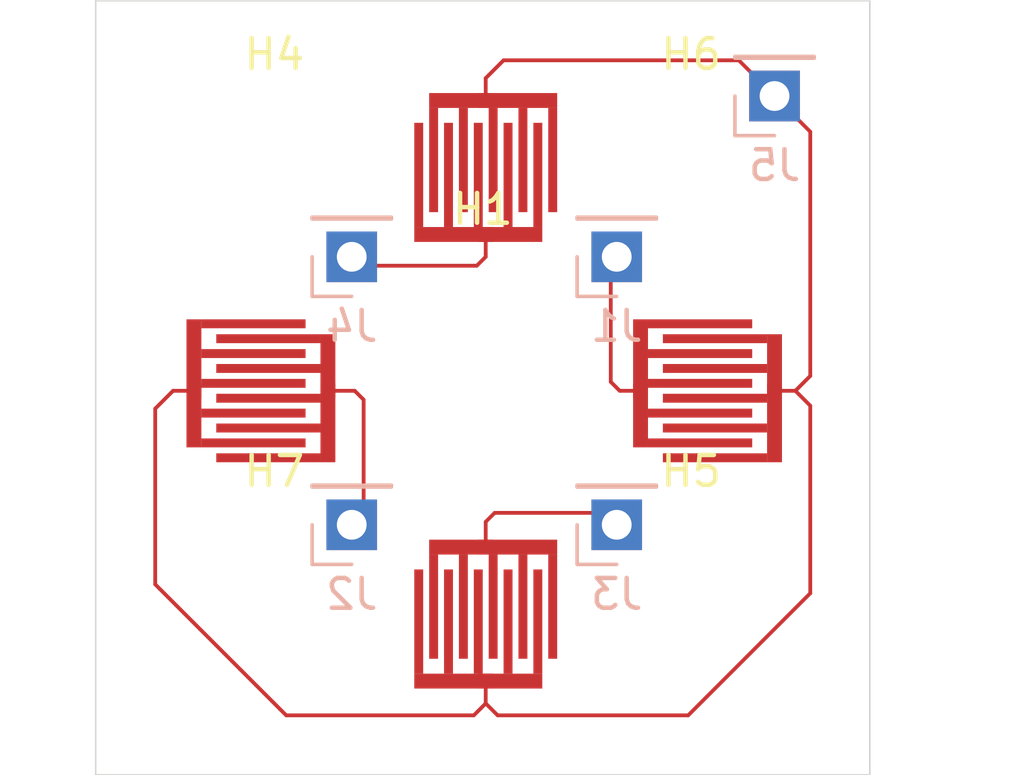
<source format=kicad_pcb>
(kicad_pcb (version 20171130) (host pcbnew 5.1.9)

  (general
    (thickness 1.6)
    (drawings 20)
    (tracks 39)
    (zones 0)
    (modules 16)
    (nets 6)
  )

  (page A4)
  (layers
    (0 F.Cu signal)
    (31 B.Cu signal)
    (32 B.Adhes user)
    (33 F.Adhes user)
    (34 B.Paste user)
    (35 F.Paste user)
    (36 B.SilkS user)
    (37 F.SilkS user)
    (38 B.Mask user)
    (39 F.Mask user)
    (40 Dwgs.User user)
    (41 Cmts.User user)
    (42 Eco1.User user)
    (43 Eco2.User user)
    (44 Edge.Cuts user)
    (45 Margin user)
    (46 B.CrtYd user)
    (47 F.CrtYd user)
    (48 B.Fab user)
    (49 F.Fab user)
  )

  (setup
    (last_trace_width 0.127)
    (trace_clearance 0.127)
    (zone_clearance 0.508)
    (zone_45_only no)
    (trace_min 0.127)
    (via_size 0.6)
    (via_drill 0.3)
    (via_min_size 0.6)
    (via_min_drill 0.3)
    (uvia_size 0.3)
    (uvia_drill 0.1)
    (uvias_allowed no)
    (uvia_min_size 0.2)
    (uvia_min_drill 0.1)
    (edge_width 0.05)
    (segment_width 0.2)
    (pcb_text_width 0.3)
    (pcb_text_size 1.5 1.5)
    (mod_edge_width 0.12)
    (mod_text_size 1 1)
    (mod_text_width 0.15)
    (pad_size 1.524 1.524)
    (pad_drill 0.762)
    (pad_to_mask_clearance 0)
    (aux_axis_origin 0 0)
    (visible_elements FFFFFF7F)
    (pcbplotparams
      (layerselection 0x010fc_ffffffff)
      (usegerberextensions false)
      (usegerberattributes true)
      (usegerberadvancedattributes true)
      (creategerberjobfile true)
      (excludeedgelayer true)
      (linewidth 0.100000)
      (plotframeref false)
      (viasonmask false)
      (mode 1)
      (useauxorigin false)
      (hpglpennumber 1)
      (hpglpenspeed 20)
      (hpglpendiameter 15.000000)
      (psnegative false)
      (psa4output false)
      (plotreference true)
      (plotvalue true)
      (plotinvisibletext false)
      (padsonsilk false)
      (subtractmaskfromsilk false)
      (outputformat 1)
      (mirror false)
      (drillshape 1)
      (scaleselection 1)
      (outputdirectory ""))
  )

  (net 0 "")
  (net 1 "Net-(J1-Pad1)")
  (net 2 "Net-(J2-Pad1)")
  (net 3 "Net-(J3-Pad1)")
  (net 4 "Net-(J4-Pad1)")
  (net 5 GND)

  (net_class Default "This is the default net class."
    (clearance 0.127)
    (trace_width 0.127)
    (via_dia 0.6)
    (via_drill 0.3)
    (uvia_dia 0.3)
    (uvia_drill 0.1)
    (add_net GND)
    (add_net "Net-(J1-Pad1)")
    (add_net "Net-(J2-Pad1)")
    (add_net "Net-(J3-Pad1)")
    (add_net "Net-(J4-Pad1)")
  )

  (module Connector_PinHeader_2.54mm:PinHeader_1x01_P2.54mm_Vertical (layer B.Cu) (tedit 59FED5CC) (tstamp 600485BC)
    (at 109.8 90.2)
    (descr "Through hole straight pin header, 1x01, 2.54mm pitch, single row")
    (tags "Through hole pin header THT 1x01 2.54mm single row")
    (path /60041E92/60041EAD/600460D9)
    (fp_text reference J5 (at 0 2.33) (layer B.SilkS)
      (effects (font (size 1 1) (thickness 0.15)) (justify mirror))
    )
    (fp_text value Conn_01x01 (at 0 -2.33) (layer B.Fab)
      (effects (font (size 1 1) (thickness 0.15)) (justify mirror))
    )
    (fp_text user %R (at 0 0 -90) (layer B.Fab)
      (effects (font (size 1 1) (thickness 0.15)) (justify mirror))
    )
    (fp_line (start -0.635 1.27) (end 1.27 1.27) (layer B.Fab) (width 0.1))
    (fp_line (start 1.27 1.27) (end 1.27 -1.27) (layer B.Fab) (width 0.1))
    (fp_line (start 1.27 -1.27) (end -1.27 -1.27) (layer B.Fab) (width 0.1))
    (fp_line (start -1.27 -1.27) (end -1.27 0.635) (layer B.Fab) (width 0.1))
    (fp_line (start -1.27 0.635) (end -0.635 1.27) (layer B.Fab) (width 0.1))
    (fp_line (start -1.33 -1.33) (end 1.33 -1.33) (layer B.SilkS) (width 0.12))
    (fp_line (start -1.33 -1.27) (end -1.33 -1.33) (layer B.SilkS) (width 0.12))
    (fp_line (start 1.33 -1.27) (end 1.33 -1.33) (layer B.SilkS) (width 0.12))
    (fp_line (start -1.33 -1.27) (end 1.33 -1.27) (layer B.SilkS) (width 0.12))
    (fp_line (start -1.33 0) (end -1.33 1.33) (layer B.SilkS) (width 0.12))
    (fp_line (start -1.33 1.33) (end 0 1.33) (layer B.SilkS) (width 0.12))
    (fp_line (start -1.8 1.8) (end -1.8 -1.8) (layer B.CrtYd) (width 0.05))
    (fp_line (start -1.8 -1.8) (end 1.8 -1.8) (layer B.CrtYd) (width 0.05))
    (fp_line (start 1.8 -1.8) (end 1.8 1.8) (layer B.CrtYd) (width 0.05))
    (fp_line (start 1.8 1.8) (end -1.8 1.8) (layer B.CrtYd) (width 0.05))
    (pad 1 thru_hole rect (at 0 0) (size 1.7 1.7) (drill 1) (layers *.Cu *.Mask)
      (net 5 GND))
    (model ${KISYS3DMOD}/Connector_PinHeader_2.54mm.3dshapes/PinHeader_1x01_P2.54mm_Vertical.wrl
      (at (xyz 0 0 0))
      (scale (xyz 1 1 1))
      (rotate (xyz 0 0 0))
    )
  )

  (module Connector_PinHeader_2.54mm:PinHeader_1x01_P2.54mm_Vertical (layer B.Cu) (tedit 59FED5CC) (tstamp 600485A7)
    (at 95.6 95.6)
    (descr "Through hole straight pin header, 1x01, 2.54mm pitch, single row")
    (tags "Through hole pin header THT 1x01 2.54mm single row")
    (path /60041E92/60041EAD/600468AB)
    (fp_text reference J4 (at 0 2.33) (layer B.SilkS)
      (effects (font (size 1 1) (thickness 0.15)) (justify mirror))
    )
    (fp_text value Conn_01x01 (at 0 -2.33) (layer B.Fab)
      (effects (font (size 1 1) (thickness 0.15)) (justify mirror))
    )
    (fp_text user %R (at 0 0 -90) (layer B.Fab)
      (effects (font (size 1 1) (thickness 0.15)) (justify mirror))
    )
    (fp_line (start -0.635 1.27) (end 1.27 1.27) (layer B.Fab) (width 0.1))
    (fp_line (start 1.27 1.27) (end 1.27 -1.27) (layer B.Fab) (width 0.1))
    (fp_line (start 1.27 -1.27) (end -1.27 -1.27) (layer B.Fab) (width 0.1))
    (fp_line (start -1.27 -1.27) (end -1.27 0.635) (layer B.Fab) (width 0.1))
    (fp_line (start -1.27 0.635) (end -0.635 1.27) (layer B.Fab) (width 0.1))
    (fp_line (start -1.33 -1.33) (end 1.33 -1.33) (layer B.SilkS) (width 0.12))
    (fp_line (start -1.33 -1.27) (end -1.33 -1.33) (layer B.SilkS) (width 0.12))
    (fp_line (start 1.33 -1.27) (end 1.33 -1.33) (layer B.SilkS) (width 0.12))
    (fp_line (start -1.33 -1.27) (end 1.33 -1.27) (layer B.SilkS) (width 0.12))
    (fp_line (start -1.33 0) (end -1.33 1.33) (layer B.SilkS) (width 0.12))
    (fp_line (start -1.33 1.33) (end 0 1.33) (layer B.SilkS) (width 0.12))
    (fp_line (start -1.8 1.8) (end -1.8 -1.8) (layer B.CrtYd) (width 0.05))
    (fp_line (start -1.8 -1.8) (end 1.8 -1.8) (layer B.CrtYd) (width 0.05))
    (fp_line (start 1.8 -1.8) (end 1.8 1.8) (layer B.CrtYd) (width 0.05))
    (fp_line (start 1.8 1.8) (end -1.8 1.8) (layer B.CrtYd) (width 0.05))
    (pad 1 thru_hole rect (at 0 0) (size 1.7 1.7) (drill 1) (layers *.Cu *.Mask)
      (net 4 "Net-(J4-Pad1)"))
    (model ${KISYS3DMOD}/Connector_PinHeader_2.54mm.3dshapes/PinHeader_1x01_P2.54mm_Vertical.wrl
      (at (xyz 0 0 0))
      (scale (xyz 1 1 1))
      (rotate (xyz 0 0 0))
    )
  )

  (module Connector_PinHeader_2.54mm:PinHeader_1x01_P2.54mm_Vertical (layer B.Cu) (tedit 59FED5CC) (tstamp 60048592)
    (at 104.5 104.6)
    (descr "Through hole straight pin header, 1x01, 2.54mm pitch, single row")
    (tags "Through hole pin header THT 1x01 2.54mm single row")
    (path /60041E92/60041EAD/60046DFC)
    (fp_text reference J3 (at 0 2.33) (layer B.SilkS)
      (effects (font (size 1 1) (thickness 0.15)) (justify mirror))
    )
    (fp_text value Conn_01x01 (at 0 -2.33) (layer B.Fab)
      (effects (font (size 1 1) (thickness 0.15)) (justify mirror))
    )
    (fp_text user %R (at 0 0 -90) (layer B.Fab)
      (effects (font (size 1 1) (thickness 0.15)) (justify mirror))
    )
    (fp_line (start -0.635 1.27) (end 1.27 1.27) (layer B.Fab) (width 0.1))
    (fp_line (start 1.27 1.27) (end 1.27 -1.27) (layer B.Fab) (width 0.1))
    (fp_line (start 1.27 -1.27) (end -1.27 -1.27) (layer B.Fab) (width 0.1))
    (fp_line (start -1.27 -1.27) (end -1.27 0.635) (layer B.Fab) (width 0.1))
    (fp_line (start -1.27 0.635) (end -0.635 1.27) (layer B.Fab) (width 0.1))
    (fp_line (start -1.33 -1.33) (end 1.33 -1.33) (layer B.SilkS) (width 0.12))
    (fp_line (start -1.33 -1.27) (end -1.33 -1.33) (layer B.SilkS) (width 0.12))
    (fp_line (start 1.33 -1.27) (end 1.33 -1.33) (layer B.SilkS) (width 0.12))
    (fp_line (start -1.33 -1.27) (end 1.33 -1.27) (layer B.SilkS) (width 0.12))
    (fp_line (start -1.33 0) (end -1.33 1.33) (layer B.SilkS) (width 0.12))
    (fp_line (start -1.33 1.33) (end 0 1.33) (layer B.SilkS) (width 0.12))
    (fp_line (start -1.8 1.8) (end -1.8 -1.8) (layer B.CrtYd) (width 0.05))
    (fp_line (start -1.8 -1.8) (end 1.8 -1.8) (layer B.CrtYd) (width 0.05))
    (fp_line (start 1.8 -1.8) (end 1.8 1.8) (layer B.CrtYd) (width 0.05))
    (fp_line (start 1.8 1.8) (end -1.8 1.8) (layer B.CrtYd) (width 0.05))
    (pad 1 thru_hole rect (at 0 0) (size 1.7 1.7) (drill 1) (layers *.Cu *.Mask)
      (net 3 "Net-(J3-Pad1)"))
    (model ${KISYS3DMOD}/Connector_PinHeader_2.54mm.3dshapes/PinHeader_1x01_P2.54mm_Vertical.wrl
      (at (xyz 0 0 0))
      (scale (xyz 1 1 1))
      (rotate (xyz 0 0 0))
    )
  )

  (module Connector_PinHeader_2.54mm:PinHeader_1x01_P2.54mm_Vertical (layer B.Cu) (tedit 59FED5CC) (tstamp 6004857D)
    (at 95.6 104.6)
    (descr "Through hole straight pin header, 1x01, 2.54mm pitch, single row")
    (tags "Through hole pin header THT 1x01 2.54mm single row")
    (path /60041E92/60041EAD/60047092)
    (fp_text reference J2 (at 0 2.33) (layer B.SilkS)
      (effects (font (size 1 1) (thickness 0.15)) (justify mirror))
    )
    (fp_text value Conn_01x01 (at 0 -2.33) (layer B.Fab)
      (effects (font (size 1 1) (thickness 0.15)) (justify mirror))
    )
    (fp_text user %R (at 0 0 -90) (layer B.Fab)
      (effects (font (size 1 1) (thickness 0.15)) (justify mirror))
    )
    (fp_line (start -0.635 1.27) (end 1.27 1.27) (layer B.Fab) (width 0.1))
    (fp_line (start 1.27 1.27) (end 1.27 -1.27) (layer B.Fab) (width 0.1))
    (fp_line (start 1.27 -1.27) (end -1.27 -1.27) (layer B.Fab) (width 0.1))
    (fp_line (start -1.27 -1.27) (end -1.27 0.635) (layer B.Fab) (width 0.1))
    (fp_line (start -1.27 0.635) (end -0.635 1.27) (layer B.Fab) (width 0.1))
    (fp_line (start -1.33 -1.33) (end 1.33 -1.33) (layer B.SilkS) (width 0.12))
    (fp_line (start -1.33 -1.27) (end -1.33 -1.33) (layer B.SilkS) (width 0.12))
    (fp_line (start 1.33 -1.27) (end 1.33 -1.33) (layer B.SilkS) (width 0.12))
    (fp_line (start -1.33 -1.27) (end 1.33 -1.27) (layer B.SilkS) (width 0.12))
    (fp_line (start -1.33 0) (end -1.33 1.33) (layer B.SilkS) (width 0.12))
    (fp_line (start -1.33 1.33) (end 0 1.33) (layer B.SilkS) (width 0.12))
    (fp_line (start -1.8 1.8) (end -1.8 -1.8) (layer B.CrtYd) (width 0.05))
    (fp_line (start -1.8 -1.8) (end 1.8 -1.8) (layer B.CrtYd) (width 0.05))
    (fp_line (start 1.8 -1.8) (end 1.8 1.8) (layer B.CrtYd) (width 0.05))
    (fp_line (start 1.8 1.8) (end -1.8 1.8) (layer B.CrtYd) (width 0.05))
    (pad 1 thru_hole rect (at 0 0) (size 1.7 1.7) (drill 1) (layers *.Cu *.Mask)
      (net 2 "Net-(J2-Pad1)"))
    (model ${KISYS3DMOD}/Connector_PinHeader_2.54mm.3dshapes/PinHeader_1x01_P2.54mm_Vertical.wrl
      (at (xyz 0 0 0))
      (scale (xyz 1 1 1))
      (rotate (xyz 0 0 0))
    )
  )

  (module Connector_PinHeader_2.54mm:PinHeader_1x01_P2.54mm_Vertical (layer B.Cu) (tedit 59FED5CC) (tstamp 60048568)
    (at 104.5 95.6)
    (descr "Through hole straight pin header, 1x01, 2.54mm pitch, single row")
    (tags "Through hole pin header THT 1x01 2.54mm single row")
    (path /60041E92/60041EAD/60047288)
    (fp_text reference J1 (at 0 2.33) (layer B.SilkS)
      (effects (font (size 1 1) (thickness 0.15)) (justify mirror))
    )
    (fp_text value Conn_01x01 (at 0 -2.33) (layer B.Fab)
      (effects (font (size 1 1) (thickness 0.15)) (justify mirror))
    )
    (fp_text user %R (at 0 0 -90) (layer B.Fab)
      (effects (font (size 1 1) (thickness 0.15)) (justify mirror))
    )
    (fp_line (start -0.635 1.27) (end 1.27 1.27) (layer B.Fab) (width 0.1))
    (fp_line (start 1.27 1.27) (end 1.27 -1.27) (layer B.Fab) (width 0.1))
    (fp_line (start 1.27 -1.27) (end -1.27 -1.27) (layer B.Fab) (width 0.1))
    (fp_line (start -1.27 -1.27) (end -1.27 0.635) (layer B.Fab) (width 0.1))
    (fp_line (start -1.27 0.635) (end -0.635 1.27) (layer B.Fab) (width 0.1))
    (fp_line (start -1.33 -1.33) (end 1.33 -1.33) (layer B.SilkS) (width 0.12))
    (fp_line (start -1.33 -1.27) (end -1.33 -1.33) (layer B.SilkS) (width 0.12))
    (fp_line (start 1.33 -1.27) (end 1.33 -1.33) (layer B.SilkS) (width 0.12))
    (fp_line (start -1.33 -1.27) (end 1.33 -1.27) (layer B.SilkS) (width 0.12))
    (fp_line (start -1.33 0) (end -1.33 1.33) (layer B.SilkS) (width 0.12))
    (fp_line (start -1.33 1.33) (end 0 1.33) (layer B.SilkS) (width 0.12))
    (fp_line (start -1.8 1.8) (end -1.8 -1.8) (layer B.CrtYd) (width 0.05))
    (fp_line (start -1.8 -1.8) (end 1.8 -1.8) (layer B.CrtYd) (width 0.05))
    (fp_line (start 1.8 -1.8) (end 1.8 1.8) (layer B.CrtYd) (width 0.05))
    (fp_line (start 1.8 1.8) (end -1.8 1.8) (layer B.CrtYd) (width 0.05))
    (pad 1 thru_hole rect (at 0 0) (size 1.7 1.7) (drill 1) (layers *.Cu *.Mask)
      (net 1 "Net-(J1-Pad1)"))
    (model ${KISYS3DMOD}/Connector_PinHeader_2.54mm.3dshapes/PinHeader_1x01_P2.54mm_Vertical.wrl
      (at (xyz 0 0 0))
      (scale (xyz 1 1 1))
      (rotate (xyz 0 0 0))
    )
  )

  (module MountingHole:MountingHole_3.2mm_M3 (layer F.Cu) (tedit 56D1B4CB) (tstamp 60048553)
    (at 93 107)
    (descr "Mounting Hole 3.2mm, no annular, M3")
    (tags "mounting hole 3.2mm no annular m3")
    (path /60041E92/60041EAD/60044BC5)
    (attr virtual)
    (fp_text reference H7 (at 0 -4.2) (layer F.SilkS)
      (effects (font (size 1 1) (thickness 0.15)))
    )
    (fp_text value MountingHole (at 0 4.2) (layer F.Fab)
      (effects (font (size 1 1) (thickness 0.15)))
    )
    (fp_text user %R (at 0.3 0) (layer F.Fab)
      (effects (font (size 1 1) (thickness 0.15)))
    )
    (fp_circle (center 0 0) (end 3.2 0) (layer Cmts.User) (width 0.15))
    (fp_circle (center 0 0) (end 3.45 0) (layer F.CrtYd) (width 0.05))
    (pad 1 np_thru_hole circle (at 0 0) (size 3.2 3.2) (drill 3.2) (layers *.Cu *.Mask))
  )

  (module MountingHole:MountingHole_3.2mm_M3 (layer F.Cu) (tedit 56D1B4CB) (tstamp 6004854B)
    (at 107 93)
    (descr "Mounting Hole 3.2mm, no annular, M3")
    (tags "mounting hole 3.2mm no annular m3")
    (path /60041E92/60041EAD/60044AA0)
    (attr virtual)
    (fp_text reference H6 (at 0 -4.2) (layer F.SilkS)
      (effects (font (size 1 1) (thickness 0.15)))
    )
    (fp_text value MountingHole (at 0 4.2) (layer F.Fab)
      (effects (font (size 1 1) (thickness 0.15)))
    )
    (fp_text user %R (at 0.3 0) (layer F.Fab)
      (effects (font (size 1 1) (thickness 0.15)))
    )
    (fp_circle (center 0 0) (end 3.2 0) (layer Cmts.User) (width 0.15))
    (fp_circle (center 0 0) (end 3.45 0) (layer F.CrtYd) (width 0.05))
    (pad 1 np_thru_hole circle (at 0 0) (size 3.2 3.2) (drill 3.2) (layers *.Cu *.Mask))
  )

  (module MountingHole:MountingHole_3.2mm_M3 (layer F.Cu) (tedit 56D1B4CB) (tstamp 60048543)
    (at 107 107)
    (descr "Mounting Hole 3.2mm, no annular, M3")
    (tags "mounting hole 3.2mm no annular m3")
    (path /60041E92/60041EAD/6004493E)
    (attr virtual)
    (fp_text reference H5 (at 0 -4.2) (layer F.SilkS)
      (effects (font (size 1 1) (thickness 0.15)))
    )
    (fp_text value MountingHole (at 0 4.2) (layer F.Fab)
      (effects (font (size 1 1) (thickness 0.15)))
    )
    (fp_text user %R (at 0.3 0) (layer F.Fab)
      (effects (font (size 1 1) (thickness 0.15)))
    )
    (fp_circle (center 0 0) (end 3.2 0) (layer Cmts.User) (width 0.15))
    (fp_circle (center 0 0) (end 3.45 0) (layer F.CrtYd) (width 0.05))
    (pad 1 np_thru_hole circle (at 0 0) (size 3.2 3.2) (drill 3.2) (layers *.Cu *.Mask))
  )

  (module MountingHole:MountingHole_3.2mm_M3 (layer F.Cu) (tedit 56D1B4CB) (tstamp 6004853B)
    (at 93 93)
    (descr "Mounting Hole 3.2mm, no annular, M3")
    (tags "mounting hole 3.2mm no annular m3")
    (path /60041E92/60041EAD/60044384)
    (attr virtual)
    (fp_text reference H4 (at 0 -4.2) (layer F.SilkS)
      (effects (font (size 1 1) (thickness 0.15)))
    )
    (fp_text value MountingHole (at 0 4.2) (layer F.Fab)
      (effects (font (size 1 1) (thickness 0.15)))
    )
    (fp_text user %R (at 0.3 0) (layer F.Fab)
      (effects (font (size 1 1) (thickness 0.15)))
    )
    (fp_circle (center 0 0) (end 3.2 0) (layer Cmts.User) (width 0.15))
    (fp_circle (center 0 0) (end 3.45 0) (layer F.CrtYd) (width 0.05))
    (pad 1 np_thru_hole circle (at 0 0) (size 3.2 3.2) (drill 3.2) (layers *.Cu *.Mask))
  )

  (module MountingHole:MountingHole_5mm (layer F.Cu) (tedit 56D1B4CB) (tstamp 60168E98)
    (at 100 100)
    (descr "Mounting Hole 5mm, no annular")
    (tags "mounting hole 5mm no annular")
    (path /60041E92/60041EAD/60043AA6)
    (attr virtual)
    (fp_text reference H1 (at 0 -6) (layer F.SilkS)
      (effects (font (size 1 1) (thickness 0.15)))
    )
    (fp_text value "D-Pad Hole" (at 0 6) (layer F.Fab)
      (effects (font (size 1 1) (thickness 0.15)))
    )
    (fp_text user %R (at 0.3 0) (layer F.Fab)
      (effects (font (size 1 1) (thickness 0.15)))
    )
    (fp_circle (center 0 0) (end 5 0) (layer Cmts.User) (width 0.15))
    (fp_circle (center 0 0) (end 5.25 0) (layer F.CrtYd) (width 0.05))
    (pad 1 np_thru_hole circle (at 0 0) (size 5 5) (drill 5) (layers *.Cu *.Mask))
  )

  (module Button_Carbon:Button_Carbon_5mm (layer F.Cu) (tedit 5FF62D5B) (tstamp 60168EEC)
    (at 100.1 107.6)
    (path /60041E92/60041EAD/60047B41)
    (attr virtual)
    (fp_text reference SW3 (at 0 3.5) (layer F.SilkS) hide
      (effects (font (size 1 1) (thickness 0.15)))
    )
    (fp_text value SW_Push (at 0 -4.8) (layer F.Fab)
      (effects (font (size 1 1) (thickness 0.15)))
    )
    (fp_poly (pts (xy -0.1 2) (xy -0.4 2) (xy -0.4 -1.5) (xy -0.1 -1.5)) (layer F.Cu) (width 0))
    (fp_poly (pts (xy 0.4 1.5) (xy 0.1 1.5) (xy 0.1 -2) (xy 0.4 -2)) (layer F.Cu) (width 0))
    (fp_poly (pts (xy -0.6 1.5) (xy -0.9 1.5) (xy -0.9 -2) (xy -0.6 -2)) (layer F.Cu) (width 0))
    (fp_poly (pts (xy 0.9 2) (xy 0.6 2) (xy 0.6 -1.5) (xy 0.9 -1.5)) (layer F.Cu) (width 0))
    (fp_poly (pts (xy -1.1 2) (xy -1.4 2) (xy -1.4 -1.5) (xy -1.1 -1.5)) (layer F.Cu) (width 0))
    (fp_poly (pts (xy 1.4 1.5) (xy 1.1 1.5) (xy 1.1 -2) (xy 1.4 -2)) (layer F.Cu) (width 0))
    (fp_poly (pts (xy -1.6 1.5) (xy -1.9 1.5) (xy -1.9 -2) (xy -1.6 -2)) (layer F.Cu) (width 0))
    (fp_poly (pts (xy 1.9 2) (xy 1.6 2) (xy 1.6 -1.5) (xy 1.9 -1.5)) (layer F.Cu) (width 0))
    (fp_poly (pts (xy -2.1 2) (xy -2.4 2) (xy -2.4 -1.5) (xy -2.1 -1.5)) (layer F.Cu) (width 0))
    (fp_poly (pts (xy 2.4 1.5) (xy 2.1 1.5) (xy 2.1 -2) (xy 2.4 -2)) (layer F.Cu) (width 0))
    (fp_poly (pts (xy 2.4 -2.5) (xy 2.4 -2) (xy -1.9 -2) (xy -1.9 -2.5)) (layer F.Cu) (width 0))
    (fp_poly (pts (xy 1.9 2) (xy 1.9 2.5) (xy -2.4 2.5) (xy -2.4 2)) (layer F.Cu) (width 0))
    (fp_poly (pts (xy 2.4 2.5) (xy -2.4 2.5) (xy -2.4 -2.5) (xy 2.4 -2.5)) (layer F.Mask) (width 0))
    (pad 1 smd rect (at 0 -2.25) (size 0.5 0.5) (layers F.Cu F.Mask)
      (net 3 "Net-(J3-Pad1)"))
    (pad 2 smd rect (at 0 2.25) (size 0.5 0.5) (layers F.Cu F.Mask)
      (net 5 GND))
  )

  (module Button_Carbon:Button_Carbon_5mm (layer F.Cu) (tedit 5FF62D5B) (tstamp 60168EDA)
    (at 92.55 100.1 270)
    (path /60041E92/60041EAD/600476D6)
    (attr virtual)
    (fp_text reference SW2 (at 0 -3.5 90) (layer F.SilkS) hide
      (effects (font (size 1 1) (thickness 0.15)))
    )
    (fp_text value SW_Push (at 0 -4.8 90) (layer F.Fab)
      (effects (font (size 1 1) (thickness 0.15)))
    )
    (fp_poly (pts (xy -0.1 2) (xy -0.4 2) (xy -0.4 -1.5) (xy -0.1 -1.5)) (layer F.Cu) (width 0))
    (fp_poly (pts (xy 0.4 1.5) (xy 0.1 1.5) (xy 0.1 -2) (xy 0.4 -2)) (layer F.Cu) (width 0))
    (fp_poly (pts (xy -0.6 1.5) (xy -0.9 1.5) (xy -0.9 -2) (xy -0.6 -2)) (layer F.Cu) (width 0))
    (fp_poly (pts (xy 0.9 2) (xy 0.6 2) (xy 0.6 -1.5) (xy 0.9 -1.5)) (layer F.Cu) (width 0))
    (fp_poly (pts (xy -1.1 2) (xy -1.4 2) (xy -1.4 -1.5) (xy -1.1 -1.5)) (layer F.Cu) (width 0))
    (fp_poly (pts (xy 1.4 1.5) (xy 1.1 1.5) (xy 1.1 -2) (xy 1.4 -2)) (layer F.Cu) (width 0))
    (fp_poly (pts (xy -1.6 1.5) (xy -1.9 1.5) (xy -1.9 -2) (xy -1.6 -2)) (layer F.Cu) (width 0))
    (fp_poly (pts (xy 1.9 2) (xy 1.6 2) (xy 1.6 -1.5) (xy 1.9 -1.5)) (layer F.Cu) (width 0))
    (fp_poly (pts (xy -2.1 2) (xy -2.4 2) (xy -2.4 -1.5) (xy -2.1 -1.5)) (layer F.Cu) (width 0))
    (fp_poly (pts (xy 2.4 1.5) (xy 2.1 1.5) (xy 2.1 -2) (xy 2.4 -2)) (layer F.Cu) (width 0))
    (fp_poly (pts (xy 2.4 -2.5) (xy 2.4 -2) (xy -1.9 -2) (xy -1.9 -2.5)) (layer F.Cu) (width 0))
    (fp_poly (pts (xy 1.9 2) (xy 1.9 2.5) (xy -2.4 2.5) (xy -2.4 2)) (layer F.Cu) (width 0))
    (fp_poly (pts (xy 2.4 2.5) (xy -2.4 2.5) (xy -2.4 -2.5) (xy 2.4 -2.5)) (layer F.Mask) (width 0))
    (pad 1 smd rect (at 0 -2.25 270) (size 0.5 0.5) (layers F.Cu F.Mask)
      (net 2 "Net-(J2-Pad1)"))
    (pad 2 smd rect (at 0 2.25 270) (size 0.5 0.5) (layers F.Cu F.Mask)
      (net 5 GND))
  )

  (module Button_Carbon:Button_Carbon_5mm (layer F.Cu) (tedit 5FF62D5B) (tstamp 60168EC1)
    (at 107.55 100.1 90)
    (path /60041E92/60041EAD/60042157)
    (attr virtual)
    (fp_text reference SW1 (at 0 -3.5 90) (layer F.SilkS) hide
      (effects (font (size 1 1) (thickness 0.15)))
    )
    (fp_text value SW_Push (at 0 -4.8 90) (layer F.Fab)
      (effects (font (size 1 1) (thickness 0.15)))
    )
    (fp_poly (pts (xy -0.1 2) (xy -0.4 2) (xy -0.4 -1.5) (xy -0.1 -1.5)) (layer F.Cu) (width 0))
    (fp_poly (pts (xy 0.4 1.5) (xy 0.1 1.5) (xy 0.1 -2) (xy 0.4 -2)) (layer F.Cu) (width 0))
    (fp_poly (pts (xy -0.6 1.5) (xy -0.9 1.5) (xy -0.9 -2) (xy -0.6 -2)) (layer F.Cu) (width 0))
    (fp_poly (pts (xy 0.9 2) (xy 0.6 2) (xy 0.6 -1.5) (xy 0.9 -1.5)) (layer F.Cu) (width 0))
    (fp_poly (pts (xy -1.1 2) (xy -1.4 2) (xy -1.4 -1.5) (xy -1.1 -1.5)) (layer F.Cu) (width 0))
    (fp_poly (pts (xy 1.4 1.5) (xy 1.1 1.5) (xy 1.1 -2) (xy 1.4 -2)) (layer F.Cu) (width 0))
    (fp_poly (pts (xy -1.6 1.5) (xy -1.9 1.5) (xy -1.9 -2) (xy -1.6 -2)) (layer F.Cu) (width 0))
    (fp_poly (pts (xy 1.9 2) (xy 1.6 2) (xy 1.6 -1.5) (xy 1.9 -1.5)) (layer F.Cu) (width 0))
    (fp_poly (pts (xy -2.1 2) (xy -2.4 2) (xy -2.4 -1.5) (xy -2.1 -1.5)) (layer F.Cu) (width 0))
    (fp_poly (pts (xy 2.4 1.5) (xy 2.1 1.5) (xy 2.1 -2) (xy 2.4 -2)) (layer F.Cu) (width 0))
    (fp_poly (pts (xy 2.4 -2.5) (xy 2.4 -2) (xy -1.9 -2) (xy -1.9 -2.5)) (layer F.Cu) (width 0))
    (fp_poly (pts (xy 1.9 2) (xy 1.9 2.5) (xy -2.4 2.5) (xy -2.4 2)) (layer F.Cu) (width 0))
    (fp_poly (pts (xy 2.4 2.5) (xy -2.4 2.5) (xy -2.4 -2.5) (xy 2.4 -2.5)) (layer F.Mask) (width 0))
    (pad 1 smd rect (at 0 -2.25 90) (size 0.5 0.5) (layers F.Cu F.Mask)
      (net 1 "Net-(J1-Pad1)"))
    (pad 2 smd rect (at 0 2.25 90) (size 0.5 0.5) (layers F.Cu F.Mask)
      (net 5 GND))
  )

  (module MountingHole_GameBoy:MountingHole_GameBoy_DPAD (layer F.Cu) (tedit 6002450C) (tstamp 60168EBC)
    (at 110.45 110.5)
    (path /60041E92/60041EAD/60045633)
    (fp_text reference H3 (at 0 -2) (layer F.SilkS) hide
      (effects (font (size 1 1) (thickness 0.15)))
    )
    (fp_text value "D-Pad bottom right" (at 0 -0.5) (layer F.Fab)
      (effects (font (size 1 1) (thickness 0.15)))
    )
    (fp_circle (center 0 0) (end 1.2 0.05) (layer F.CrtYd) (width 0.05))
    (pad "" np_thru_hole circle (at 0 0 180) (size 2.1 2.1) (drill 2.1) (layers *.Cu *.Mask))
  )

  (module Button_Carbon:Button_Carbon_5mm (layer F.Cu) (tedit 5FF62D5B) (tstamp 60168EA5)
    (at 100.1 92.6 180)
    (path /60041E92/60041EAD/60047FB1)
    (zone_connect 2)
    (attr virtual)
    (fp_text reference SW4 (at 0 -3.5) (layer F.SilkS) hide
      (effects (font (size 1 1) (thickness 0.15)))
    )
    (fp_text value SW_Push (at 0 -4.8) (layer F.Fab)
      (effects (font (size 1 1) (thickness 0.15)))
    )
    (fp_poly (pts (xy -0.1 2) (xy -0.4 2) (xy -0.4 -1.5) (xy -0.1 -1.5)) (layer F.Cu) (width 0))
    (fp_poly (pts (xy 0.4 1.5) (xy 0.1 1.5) (xy 0.1 -2) (xy 0.4 -2)) (layer F.Cu) (width 0))
    (fp_poly (pts (xy -0.6 1.5) (xy -0.9 1.5) (xy -0.9 -2) (xy -0.6 -2)) (layer F.Cu) (width 0))
    (fp_poly (pts (xy 0.9 2) (xy 0.6 2) (xy 0.6 -1.5) (xy 0.9 -1.5)) (layer F.Cu) (width 0))
    (fp_poly (pts (xy -1.1 2) (xy -1.4 2) (xy -1.4 -1.5) (xy -1.1 -1.5)) (layer F.Cu) (width 0))
    (fp_poly (pts (xy 1.4 1.5) (xy 1.1 1.5) (xy 1.1 -2) (xy 1.4 -2)) (layer F.Cu) (width 0))
    (fp_poly (pts (xy -1.6 1.5) (xy -1.9 1.5) (xy -1.9 -2) (xy -1.6 -2)) (layer F.Cu) (width 0))
    (fp_poly (pts (xy 1.9 2) (xy 1.6 2) (xy 1.6 -1.5) (xy 1.9 -1.5)) (layer F.Cu) (width 0))
    (fp_poly (pts (xy -2.1 2) (xy -2.4 2) (xy -2.4 -1.5) (xy -2.1 -1.5)) (layer F.Cu) (width 0))
    (fp_poly (pts (xy 2.4 1.5) (xy 2.1 1.5) (xy 2.1 -2) (xy 2.4 -2)) (layer F.Cu) (width 0))
    (fp_poly (pts (xy 2.4 -2.5) (xy 2.4 -2) (xy -1.9 -2) (xy -1.9 -2.5)) (layer F.Cu) (width 0))
    (fp_poly (pts (xy 1.9 2) (xy 1.9 2.5) (xy -2.4 2.5) (xy -2.4 2)) (layer F.Cu) (width 0))
    (fp_poly (pts (xy 2.4 2.5) (xy -2.4 2.5) (xy -2.4 -2.5) (xy 2.4 -2.5)) (layer F.Mask) (width 0))
    (pad 1 smd rect (at 0 -2.25 180) (size 0.5 0.5) (layers F.Cu F.Mask)
      (net 4 "Net-(J4-Pad1)") (zone_connect 2))
    (pad 2 smd rect (at 0 2.25 180) (size 0.5 0.5) (layers F.Cu F.Mask)
      (net 5 GND) (zone_connect 2))
  )

  (module MountingHole_GameBoy:MountingHole_GameBoy_DPAD (layer F.Cu) (tedit 6002450C) (tstamp 60168EA0)
    (at 89.65 89.6 180)
    (path /60041E92/60041EAD/60045064)
    (fp_text reference H2 (at 0 -2) (layer F.SilkS) hide
      (effects (font (size 1 1) (thickness 0.15)))
    )
    (fp_text value "D-Pad top left" (at 0 -0.5) (layer F.Fab)
      (effects (font (size 1 1) (thickness 0.15)))
    )
    (fp_circle (center 0 0) (end 1.2 0.05) (layer F.CrtYd) (width 0.05))
    (pad "" np_thru_hole circle (at 0 0) (size 2.1 2.1) (drill 2.1) (layers *.Cu *.Mask))
  )

  (gr_line (start 87 113) (end 87 87) (layer Edge.Cuts) (width 0.05) (tstamp 60048AB9))
  (gr_line (start 113 113) (end 87 113) (layer Edge.Cuts) (width 0.05))
  (gr_line (start 113 87) (end 113 113) (layer Edge.Cuts) (width 0.05))
  (gr_line (start 87 87) (end 113 87) (layer Edge.Cuts) (width 0.05))
  (gr_line (start 111.6 88.4) (end 88.5 88.4) (layer Eco2.User) (width 0.15) (tstamp 60168F01))
  (gr_line (start 89.55 97.1) (end 89.55 103.1) (layer Dwgs.User) (width 0.15) (tstamp 60168F00))
  (gr_line (start 97.05 97.1) (end 89.55 97.1) (layer Dwgs.User) (width 0.15) (tstamp 60168EFF))
  (gr_line (start 110.55 97.1) (end 103.05 97.1) (layer Dwgs.User) (width 0.15) (tstamp 60168EFE))
  (gr_line (start 103.05 89.6) (end 103.05 97.1) (layer Dwgs.User) (width 0.15) (tstamp 60168ED9))
  (gr_line (start 97.05 110.6) (end 103.05 110.6) (layer Dwgs.User) (width 0.15) (tstamp 60168ED8))
  (gr_line (start 97.05 110.6) (end 97.05 103.1) (layer Dwgs.User) (width 0.15) (tstamp 60168ED7))
  (gr_line (start 103.05 103.1) (end 110.55 103.1) (layer Dwgs.User) (width 0.15) (tstamp 60168ED6))
  (gr_line (start 103.05 89.6) (end 97.05 89.6) (layer Dwgs.User) (width 0.15) (tstamp 60168ED5))
  (gr_line (start 110.55 103.1) (end 110.55 97.1) (layer Dwgs.User) (width 0.15) (tstamp 60168ED4))
  (gr_line (start 88.5 111.7) (end 88.5 88.4) (layer Eco2.User) (width 0.15) (tstamp 60168ED3))
  (gr_line (start 111.6 111.7) (end 88.5 111.7) (layer Eco2.User) (width 0.15) (tstamp 60168E9F))
  (gr_line (start 89.55 103.1) (end 97.05 103.1) (layer Dwgs.User) (width 0.15) (tstamp 60168E97))
  (gr_line (start 111.6 88.4) (end 111.6 111.7) (layer Eco2.User) (width 0.15) (tstamp 60168E96))
  (gr_line (start 97.05 89.6) (end 97.05 97.1) (layer Dwgs.User) (width 0.15) (tstamp 60168E95))
  (gr_line (start 103.05 110.6) (end 103.05 103.1) (layer Dwgs.User) (width 0.15) (tstamp 60168E94))

  (segment (start 105.3 100.1) (end 104.6 100.1) (width 0.127) (layer F.Cu) (net 1))
  (segment (start 104.6 100.1) (end 104.3 99.8) (width 0.127) (layer F.Cu) (net 1))
  (segment (start 104.3 99.8) (end 104.3 95.9) (width 0.127) (layer F.Cu) (net 1))
  (segment (start 104.3 95.9) (end 104.9 95.3) (width 0.127) (layer F.Cu) (net 1))
  (segment (start 94.8 100.1) (end 95.7 100.1) (width 0.127) (layer F.Cu) (net 2))
  (segment (start 95.7 100.1) (end 96 100.4) (width 0.127) (layer F.Cu) (net 2))
  (segment (start 96 100.4) (end 96 104.2) (width 0.127) (layer F.Cu) (net 2))
  (segment (start 96 104.2) (end 95.3 104.9) (width 0.127) (layer F.Cu) (net 2))
  (segment (start 100.1 105.35) (end 100.1 104.5) (width 0.127) (layer F.Cu) (net 3))
  (segment (start 100.1 104.5) (end 100.4 104.2) (width 0.127) (layer F.Cu) (net 3))
  (segment (start 100.4 104.2) (end 104.1 104.2) (width 0.127) (layer F.Cu) (net 3))
  (segment (start 104.1 104.2) (end 104.8 104.9) (width 0.127) (layer F.Cu) (net 3))
  (segment (start 100.1 94.85) (end 100.1 95.5) (width 0.127) (layer F.Cu) (net 4))
  (segment (start 99.7 95.9) (end 95.8 95.9) (width 0.127) (layer F.Cu) (net 4))
  (segment (start 95.8 95.9) (end 95.3 95.4) (width 0.127) (layer F.Cu) (net 4))
  (segment (start 95.3 95.4) (end 95.4 95.4) (width 0.127) (layer F.Cu) (net 4))
  (segment (start 100.1 95.5) (end 100.1 95.6) (width 0.127) (layer F.Cu) (net 4))
  (segment (start 100.1 95.6) (end 99.8 95.9) (width 0.127) (layer F.Cu) (net 4))
  (segment (start 99.8 95.9) (end 99.7 95.9) (width 0.127) (layer F.Cu) (net 4))
  (segment (start 100.1 90.35) (end 100.1 89.6) (width 0.127) (layer F.Cu) (net 5))
  (segment (start 100.1 89.6) (end 100.7 89) (width 0.127) (layer F.Cu) (net 5))
  (segment (start 100.7 89) (end 108.6 89) (width 0.127) (layer F.Cu) (net 5))
  (segment (start 108.6 89) (end 109.8 90.2) (width 0.127) (layer F.Cu) (net 5))
  (segment (start 109.8 100.1) (end 110.5 100.1) (width 0.127) (layer F.Cu) (net 5))
  (segment (start 110.5 100.1) (end 111 99.6) (width 0.127) (layer F.Cu) (net 5))
  (segment (start 111 99.6) (end 111 91.4) (width 0.127) (layer F.Cu) (net 5))
  (segment (start 111 91.4) (end 109.8 90.2) (width 0.127) (layer F.Cu) (net 5))
  (segment (start 111 100.6) (end 110.5 100.1) (width 0.127) (layer F.Cu) (net 5))
  (segment (start 111 106.9) (end 111 100.6) (width 0.127) (layer F.Cu) (net 5))
  (segment (start 106.9 111) (end 111 106.9) (width 0.127) (layer F.Cu) (net 5))
  (segment (start 100.5 111) (end 106.9 111) (width 0.127) (layer F.Cu) (net 5))
  (segment (start 100.1 110.6) (end 100.5 111) (width 0.127) (layer F.Cu) (net 5))
  (segment (start 100.1 109.85) (end 100.1 110.6) (width 0.127) (layer F.Cu) (net 5))
  (segment (start 89.6 100.1) (end 90.3 100.1) (width 0.127) (layer F.Cu) (net 5))
  (segment (start 89 100.7) (end 89.6 100.1) (width 0.127) (layer F.Cu) (net 5))
  (segment (start 89 106.6) (end 89 100.7) (width 0.127) (layer F.Cu) (net 5))
  (segment (start 93.4 111) (end 89 106.6) (width 0.127) (layer F.Cu) (net 5))
  (segment (start 99.7 111) (end 93.4 111) (width 0.127) (layer F.Cu) (net 5))
  (segment (start 100.1 110.6) (end 99.7 111) (width 0.127) (layer F.Cu) (net 5))

)

</source>
